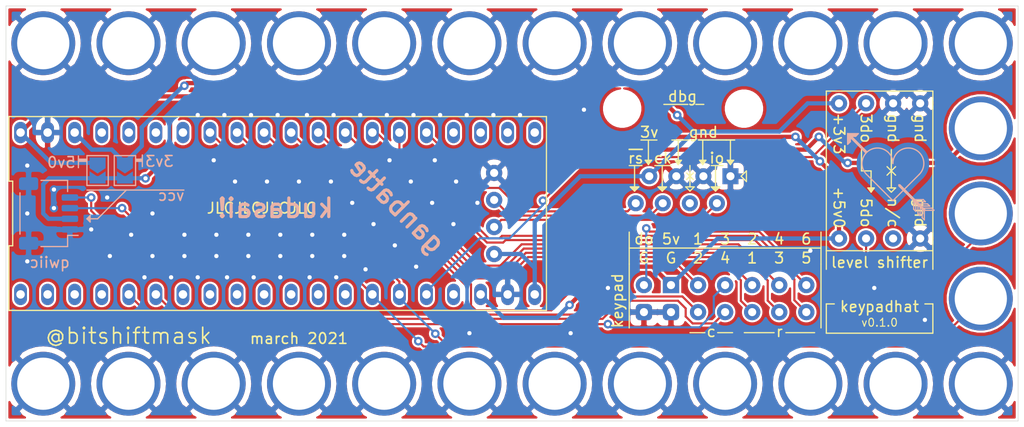
<source format=kicad_pcb>
(kicad_pcb (version 20171130) (host pcbnew 5.1.9)
  (layers (0 F.Cu signal) (31 B.Cu signal) (34 B.Paste user) (35 F.Paste user) (36 B.SilkS user) (37 F.SilkS user) (38 B.Mask user) (39 F.Mask user) (44 Edge.Cuts user))
  (net 0 "")
  (net 1 "Net-(J1-Pad4)")
  (net 2 "Net-(U2-Pad3)")
  (net 3 "Net-(U?1-Pad25)")
  (net 4 "Net-(U?1-Pad26)")
  (net 5 "Net-(U?1-Pad27)")
  (net 6 "Net-(U?1-Pad17)")
  (net 7 "Net-(U?1-Pad28)")
  (net 8 "Net-(U?1-Pad13)")
  (net 9 "Net-(U?1-Pad12)")
  (net 10 "Net-(U?1-Pad11)")
  (net 11 "Net-(U?1-Pad10)")
  (net 12 "Net-(U?1-Pad9)")
  (net 13 "Net-(U?1-Pad8)")
  (net 14 "Net-(U?1-Pad7)")
  (net 15 "Net-(U?1-Pad38)")
  (net 16 "Net-(U?1-Pad39)")
  (net 17 "Net-(U?1-Pad40)")
  (net 18 "Net-(U?1-Pad4)")
  (net 19 "Net-(U?1-Pad41)")
  (net 20 "Net-(U?1-Pad3)")
  (net 21 "Net-(U?1-Pad2)")
  (net 22 "Net-(U?1-Pad1)")
  (net 23 /~RST)
  (net 24 +3V3)
  (net 25 /SWCLK)
  (net 26 GND)
  (net 27 /SWDIO)
  (net 28 /SCL)
  (net 29 /SDA)
  (net 30 "Net-(J6-Pad2)")
  (net 31 +5V)
  (net 32 /DOUT-5V)
  (net 33 /COL4)
  (net 34 /COL3)
  (net 35 /COL2)
  (net 36 /COL1)
  (net 37 /ROW6)
  (net 38 /ROW5)
  (net 39 /ROW4)
  (net 40 /ROW3)
  (net 41 /ROW2)
  (net 42 /ROW1)
  (net 43 /DOUT-3V)
  (module Everything:RJ45_Amphenol_54602-x08_Horizontal-less (layer F.Cu) (at 168.5 116.5 180)
    (fp_text reference J1 hide)
    (fp_text value 8P8C)
    (pad "" np_thru_hole circle (at 10.16 6.35 180) (size 3.2 3.2) (drill 3.2) (layers *.Cu *.Mask))
    (pad "" np_thru_hole circle (at -1.27 6.35 180) (size 3.2 3.2) (drill 3.2) (layers *.Cu *.Mask))
    (pad 1 thru_hole rect (at 0 0 180) (size 1.5 1.5) (drill 0.76) (layers *.Cu *.Mask) (net 26 GND))
    (pad 2 thru_hole circle (at 1.27 -2.54 180) (size 1.5 1.5) (drill 0.76) (layers *.Cu *.Mask) (net 27 /SWDIO))
    (pad 3 thru_hole circle (at 2.54 0 180) (size 1.5 1.5) (drill 0.76) (layers *.Cu *.Mask) (net 26 GND))
    (pad 4 thru_hole circle (at 3.81 -2.54 180) (size 1.5 1.5) (drill 0.76) (layers *.Cu *.Mask) (net 1 "Net-(J1-Pad4)"))
    (pad 5 thru_hole circle (at 5.08 0 180) (size 1.5 1.5) (drill 0.76) (layers *.Cu *.Mask) (net 26 GND))
    (pad 6 thru_hole circle (at 6.35 -2.54 180) (size 1.5 1.5) (drill 0.76) (layers *.Cu *.Mask) (net 25 /SWCLK))
    (pad 7 thru_hole circle (at 7.62 0 180) (size 1.5 1.5) (drill 0.76) (layers *.Cu *.Mask) (net 24 +3V3))
    (pad 8 thru_hole circle (at 8.89 -2.54 180) (size 1.5 1.5) (drill 0.76) (layers *.Cu *.Mask) (net 23 /~RST))
  )
  (module usb-c-pill:weact-blackpill (layer F.Cu) (at 126 120)
    (fp_text reference U?1 hide)
    (fp_text value weact-black-pill hide)
    (pad 24 thru_hole circle (at 20.32 -3.81) (size 1.524 1.524) (drill 0.762) (layers *.Cu *.Mask) (net 26 GND))
    (pad 23 thru_hole circle (at 20.32 -1.27) (size 1.524 1.524) (drill 0.762) (layers *.Cu *.Mask) (net 25 /SWCLK))
    (pad 22 thru_hole circle (at 20.32 1.27) (size 1.524 1.524) (drill 0.762) (layers *.Cu *.Mask) (net 27 /SWDIO))
    (pad 21 thru_hole circle (at 20.32 3.81) (size 1.524 1.524) (drill 0.762) (layers *.Cu *.Mask) (net 24 +3V3))
    (pad 20 thru_hole oval (at 24.13 7.6075) (size 1.2 2) (drill 0.8) (layers *.Cu *.Mask) (net 24 +3V3))
    (pad 25 thru_hole oval (at 24.13 -7.6075) (size 1.2 2) (drill 0.8) (layers *.Cu *.Mask) (net 3 "Net-(U?1-Pad25)"))
    (pad 19 thru_hole oval (at 21.59 7.6075) (size 1.2 2) (drill 0.8) (layers *.Cu *.Mask) (net 26 GND))
    (pad 26 thru_hole oval (at 21.59 -7.6075) (size 1.2 2) (drill 0.8) (layers *.Cu *.Mask) (net 4 "Net-(U?1-Pad26)"))
    (pad 18 thru_hole oval (at 19.05 7.6075) (size 1.2 2) (drill 0.8) (layers *.Cu *.Mask) (net 31 +5V))
    (pad 27 thru_hole oval (at 19.05 -7.6075) (size 1.2 2) (drill 0.8) (layers *.Cu *.Mask) (net 5 "Net-(U?1-Pad27)"))
    (pad 17 thru_hole oval (at 16.51 7.6075) (size 1.2 2) (drill 0.8) (layers *.Cu *.Mask) (net 6 "Net-(U?1-Pad17)"))
    (pad 28 thru_hole oval (at 16.51 -7.6075) (size 1.2 2) (drill 0.8) (layers *.Cu *.Mask) (net 7 "Net-(U?1-Pad28)"))
    (pad 16 thru_hole oval (at 13.97 7.6075) (size 1.2 2) (drill 0.8) (layers *.Cu *.Mask) (net 43 /DOUT-3V))
    (pad 29 thru_hole oval (at 13.97 -7.6075) (size 1.2 2) (drill 0.8) (layers *.Cu *.Mask) (net 23 /~RST))
    (pad 15 thru_hole oval (at 11.43 7.6075) (size 1.2 2) (drill 0.8) (layers *.Cu *.Mask) (net 29 /SDA))
    (pad 30 thru_hole oval (at 11.43 -7.6075) (size 1.2 2) (drill 0.8) (layers *.Cu *.Mask) (net 37 /ROW6))
    (pad 14 thru_hole oval (at 8.89 7.6075) (size 1.2 2) (drill 0.8) (layers *.Cu *.Mask) (net 28 /SCL))
    (pad 31 thru_hole oval (at 8.89 -7.6075) (size 1.2 2) (drill 0.8) (layers *.Cu *.Mask) (net 38 /ROW5))
    (pad 13 thru_hole oval (at 6.35 7.6075) (size 1.2 2) (drill 0.8) (layers *.Cu *.Mask) (net 8 "Net-(U?1-Pad13)"))
    (pad 32 thru_hole oval (at 6.35 -7.6075) (size 1.2 2) (drill 0.8) (layers *.Cu *.Mask) (net 39 /ROW4))
    (pad 12 thru_hole oval (at 3.81 7.6075) (size 1.2 2) (drill 0.8) (layers *.Cu *.Mask) (net 9 "Net-(U?1-Pad12)"))
    (pad 33 thru_hole oval (at 3.81 -7.6075) (size 1.2 2) (drill 0.8) (layers *.Cu *.Mask) (net 40 /ROW3))
    (pad 11 thru_hole oval (at 1.27 7.6075) (size 1.2 2) (drill 0.8) (layers *.Cu *.Mask) (net 10 "Net-(U?1-Pad11)"))
    (pad 34 thru_hole oval (at 1.27 -7.6075) (size 1.2 2) (drill 0.8) (layers *.Cu *.Mask) (net 41 /ROW2))
    (pad 10 thru_hole oval (at -1.27 7.6075) (size 1.2 2) (drill 0.8) (layers *.Cu *.Mask) (net 11 "Net-(U?1-Pad10)"))
    (pad 35 thru_hole oval (at -1.27 -7.6075) (size 1.2 2) (drill 0.8) (layers *.Cu *.Mask) (net 42 /ROW1))
    (pad 9 thru_hole oval (at -3.81 7.6075) (size 1.2 2) (drill 0.8) (layers *.Cu *.Mask) (net 12 "Net-(U?1-Pad9)"))
    (pad 36 thru_hole oval (at -3.81 -7.6075) (size 1.2 2) (drill 0.8) (layers *.Cu *.Mask) (net 36 /COL1))
    (pad 8 thru_hole oval (at -6.35 7.6075) (size 1.2 2) (drill 0.8) (layers *.Cu *.Mask) (net 13 "Net-(U?1-Pad8)"))
    (pad 37 thru_hole oval (at -6.35 -7.6075) (size 1.2 2) (drill 0.8) (layers *.Cu *.Mask) (net 35 /COL2))
    (pad 7 thru_hole oval (at -8.89 7.6075) (size 1.2 2) (drill 0.8) (layers *.Cu *.Mask) (net 14 "Net-(U?1-Pad7)"))
    (pad 38 thru_hole oval (at -8.89 -7.6075) (size 1.2 2) (drill 0.8) (layers *.Cu *.Mask) (net 15 "Net-(U?1-Pad38)"))
    (pad 6 thru_hole oval (at -11.43 7.6075) (size 1.2 2) (drill 0.8) (layers *.Cu *.Mask) (net 33 /COL4))
    (pad 39 thru_hole oval (at -11.43 -7.6075) (size 1.2 2) (drill 0.8) (layers *.Cu *.Mask) (net 16 "Net-(U?1-Pad39)"))
    (pad 5 thru_hole oval (at -13.97 7.6075) (size 1.2 2) (drill 0.8) (layers *.Cu *.Mask) (net 34 /COL3))
    (pad 40 thru_hole oval (at -13.97 -7.6075) (size 1.2 2) (drill 0.8) (layers *.Cu *.Mask) (net 17 "Net-(U?1-Pad40)"))
    (pad 4 thru_hole oval (at -16.51 7.6075) (size 1.2 2) (drill 0.8) (layers *.Cu *.Mask) (net 18 "Net-(U?1-Pad4)"))
    (pad 41 thru_hole oval (at -16.51 -7.6075) (size 1.2 2) (drill 0.8) (layers *.Cu *.Mask) (net 19 "Net-(U?1-Pad41)"))
    (pad 3 thru_hole oval (at -19.05 7.6075) (size 1.2 2) (drill 0.8) (layers *.Cu *.Mask) (net 20 "Net-(U?1-Pad3)"))
    (pad 42 thru_hole oval (at -19.05 -7.6075) (size 1.2 2) (drill 0.8) (layers *.Cu *.Mask) (net 24 +3V3))
    (pad 2 thru_hole oval (at -21.59 7.6075) (size 1.2 2) (drill 0.8) (layers *.Cu *.Mask) (net 21 "Net-(U?1-Pad2)"))
    (pad 43 thru_hole oval (at -21.59 -7.6075) (size 1.2 2) (drill 0.8) (layers *.Cu *.Mask) (net 26 GND))
    (pad 1 thru_hole oval (at -24.13 7.6075) (size 1.2 2) (drill 0.8) (layers *.Cu *.Mask) (net 22 "Net-(U?1-Pad1)"))
    (pad 44 thru_hole oval (at -24.13 -7.6075) (size 1.2 2) (drill 0.8) (layers *.Cu *.Mask) (net 31 +5V))
  )
  (module Everything:keypad-connector (layer F.Cu) (at 168 128 90)
    (fp_text reference U1 hide)
    (fp_text value keypad-connector)
    (pad 14 thru_hole circle (at 1.27 7.62 90) (size 1.524 1.524) (drill 0.762) (layers *.Cu *.Mask) (net 37 /ROW6))
    (pad 13 thru_hole circle (at 1.27 5.08 90) (size 1.524 1.524) (drill 0.762) (layers *.Cu *.Mask) (net 39 /ROW4))
    (pad 12 thru_hole circle (at 1.27 2.54 90) (size 1.524 1.524) (drill 0.762) (layers *.Cu *.Mask) (net 41 /ROW2))
    (pad 11 thru_hole circle (at 1.27 0 90) (size 1.524 1.524) (drill 0.762) (layers *.Cu *.Mask) (net 34 /COL3))
    (pad 10 thru_hole circle (at 1.27 -2.54 90) (size 1.524 1.524) (drill 0.762) (layers *.Cu *.Mask) (net 36 /COL1))
    (pad 9 thru_hole rect (at 1.27 -5.08 90) (size 1.524 1.524) (drill 0.762) (layers *.Cu *.Mask) (net 31 +5V))
    (pad 8 thru_hole circle (at 1.27 -7.62 90) (size 1.524 1.524) (drill 0.762) (layers *.Cu *.Mask) (net 32 /DOUT-5V))
    (pad 7 thru_hole circle (at -1.27 7.62 90) (size 1.524 1.524) (drill 0.762) (layers *.Cu *.Mask) (net 38 /ROW5))
    (pad 6 thru_hole circle (at -1.27 5.08 90) (size 1.524 1.524) (drill 0.762) (layers *.Cu *.Mask) (net 40 /ROW3))
    (pad 5 thru_hole circle (at -1.27 2.54 90) (size 1.524 1.524) (drill 0.762) (layers *.Cu *.Mask) (net 42 /ROW1))
    (pad 4 thru_hole circle (at -1.27 0 90) (size 1.524 1.524) (drill 0.762) (layers *.Cu *.Mask) (net 33 /COL4))
    (pad 3 thru_hole circle (at -1.27 -2.54 90) (size 1.524 1.524) (drill 0.762) (layers *.Cu *.Mask) (net 35 /COL2))
    (pad 2 thru_hole roundrect (at -1.27 -5.08 90) (size 1.524 1.524) (drill 0.762) (layers *.Cu *.Mask) (net 26 GND))
    (pad 1 thru_hole roundrect (at -1.27 -7.62 90) (size 1.524 1.524) (drill 0.762) (layers *.Cu *.Mask) (net 26 GND))
  )
  (module Jumper:SolderJumper-2_P1.3mm_Open_TrianglePad1.0x1.5mm (layer B.Cu) (at 111.665 115.965 270)
    (fp_text reference JP2 hide)
    (fp_text value SolderJumper_2_Open hide)
    (pad 1 smd custom (at -0.725 0 270) (size 0.3 0.3) (layers B.Cu B.Mask) (net 24 +3V3) (options (clearance outline) (anchor rect)) (primitives (gr_poly (pts (xy -0.5 0.75) (xy 0.5 0.75) (xy 1 0) (xy 0.5 -0.75) (xy -0.5 -0.75)) (width 0))))
    (pad 2 smd custom (at 0.725 0 270) (size 0.3 0.3) (layers B.Cu B.Mask) (net 30 "Net-(J6-Pad2)") (options (clearance outline) (anchor rect)) (primitives (gr_poly (pts (xy -0.65 0.75) (xy 0.5 0.75) (xy 0.5 -0.75) (xy -0.65 -0.75) (xy -0.15 0)) (width 0))))
  )
  (module Jumper:SolderJumper-2_P1.3mm_Open_TrianglePad1.0x1.5mm (layer B.Cu) (at 109.1 115.965 270)
    (fp_text reference JP1 hide)
    (fp_text value SolderJumper_2_Open hide)
    (pad 1 smd custom (at -0.725 0 270) (size 0.3 0.3) (layers B.Cu B.Mask) (net 31 +5V) (options (clearance outline) (anchor rect)) (primitives (gr_poly (pts (xy -0.5 0.75) (xy 0.5 0.75) (xy 1 0) (xy 0.5 -0.75) (xy -0.5 -0.75)) (width 0))))
    (pad 2 smd custom (at 0.725 0 270) (size 0.3 0.3) (layers B.Cu B.Mask) (net 30 "Net-(J6-Pad2)") (options (clearance outline) (anchor rect)) (primitives (gr_poly (pts (xy -0.65 0.75) (xy 0.5 0.75) (xy 0.5 -0.75) (xy -0.65 -0.75) (xy -0.15 0)) (width 0))))
  )
  (module brick-4_9id-6_0od:brick-1x3 (layer F.Cu) (at 192 112)
    (fp_text reference J7 hide)
    (fp_text value Conn_01x03)
    (pad 3 thru_hole circle (at 0 16) (size 6 6) (drill 4.9) (layers *.Cu *.Mask) (net 28 /SCL))
    (pad 2 thru_hole circle (at 0 8) (size 6 6) (drill 4.9) (layers *.Cu *.Mask) (net 29 /SDA))
    (pad 1 thru_hole circle (at 0 0) (size 6 6) (drill 4.9) (layers *.Cu *.Mask) (net 30 "Net-(J6-Pad2)"))
  )
  (module Connector_JST:JST_SH_SM04B-SRSS-TB_1x04-1MP_P1.00mm_Horizontal (layer B.Cu) (at 104.5 120 90)
    (fp_text reference J6 hide)
    (fp_text value Conn_01x04_MountingPin)
    (pad MP smd roundrect (at 2.8 -1.875 90) (size 1.2 1.8) (layers B.Cu B.Paste B.Mask) (roundrect_rratio 0.2083325) (net 26 GND))
    (pad MP smd roundrect (at -2.8 -1.875 90) (size 1.2 1.8) (layers B.Cu B.Paste B.Mask) (roundrect_rratio 0.2083325) (net 26 GND))
    (pad 4 smd roundrect (at 1.5 2 90) (size 0.6 1.55) (layers B.Cu B.Paste B.Mask) (net 28 /SCL))
    (pad 3 smd roundrect (at 0.5 2 90) (size 0.6 1.55) (layers B.Cu B.Paste B.Mask) (net 29 /SDA))
    (pad 2 smd roundrect (at -0.5 2 90) (size 0.6 1.55) (layers B.Cu B.Paste B.Mask) (net 30 "Net-(J6-Pad2)"))
    (pad 1 smd roundrect (at -1.5 2 90) (size 0.6 1.55) (layers B.Cu B.Paste B.Mask) (net 26 GND))
  )
  (module brick-4_9id-6_0od:brick-1x6 (layer F.Cu) (at 152 136 90)
    (fp_text reference J5 hide)
    (fp_text value Conn_01x06)
    (pad 5 thru_hole circle (at 0 32 90) (size 6 6) (drill 4.9) (layers *.Cu *.Mask) (net 26 GND))
    (pad 6 thru_hole circle (at 0 40 90) (size 6 6) (drill 4.9) (layers *.Cu *.Mask) (net 26 GND))
    (pad 4 thru_hole circle (at 0 24 90) (size 6 6) (drill 4.9) (layers *.Cu *.Mask) (net 26 GND))
    (pad 3 thru_hole circle (at 0 16 90) (size 6 6) (drill 4.9) (layers *.Cu *.Mask) (net 26 GND))
    (pad 2 thru_hole circle (at 0 8 90) (size 6 6) (drill 4.9) (layers *.Cu *.Mask) (net 26 GND))
    (pad 1 thru_hole circle (at 0 0 90) (size 6 6) (drill 4.9) (layers *.Cu *.Mask) (net 26 GND))
  )
  (module brick-4_9id-6_0od:brick-1x6 (layer F.Cu) (at 104 136 90)
    (fp_text reference J4 hide)
    (fp_text value Conn_01x06)
    (pad 5 thru_hole circle (at 0 32 90) (size 6 6) (drill 4.9) (layers *.Cu *.Mask) (net 26 GND))
    (pad 6 thru_hole circle (at 0 40 90) (size 6 6) (drill 4.9) (layers *.Cu *.Mask) (net 26 GND))
    (pad 4 thru_hole circle (at 0 24 90) (size 6 6) (drill 4.9) (layers *.Cu *.Mask) (net 26 GND))
    (pad 3 thru_hole circle (at 0 16 90) (size 6 6) (drill 4.9) (layers *.Cu *.Mask) (net 26 GND))
    (pad 2 thru_hole circle (at 0 8 90) (size 6 6) (drill 4.9) (layers *.Cu *.Mask) (net 26 GND))
    (pad 1 thru_hole circle (at 0 0 90) (size 6 6) (drill 4.9) (layers *.Cu *.Mask) (net 26 GND))
  )
  (module brick-4_9id-6_0od:brick-1x6 (layer F.Cu) (at 152 104 90)
    (fp_text reference J3 hide)
    (fp_text value Conn_01x06)
    (pad 5 thru_hole circle (at 0 32 90) (size 6 6) (drill 4.9) (layers *.Cu *.Mask) (net 26 GND))
    (pad 6 thru_hole circle (at 0 40 90) (size 6 6) (drill 4.9) (layers *.Cu *.Mask) (net 26 GND))
    (pad 4 thru_hole circle (at 0 24 90) (size 6 6) (drill 4.9) (layers *.Cu *.Mask) (net 26 GND))
    (pad 3 thru_hole circle (at 0 16 90) (size 6 6) (drill 4.9) (layers *.Cu *.Mask) (net 26 GND))
    (pad 2 thru_hole circle (at 0 8 90) (size 6 6) (drill 4.9) (layers *.Cu *.Mask) (net 26 GND))
    (pad 1 thru_hole circle (at 0 0 90) (size 6 6) (drill 4.9) (layers *.Cu *.Mask) (net 26 GND))
  )
  (module brick-4_9id-6_0od:brick-1x6 (layer F.Cu) (at 104 104 90)
    (fp_text reference J2 hide)
    (fp_text value Conn_01x06)
    (pad 5 thru_hole circle (at 0 32 90) (size 6 6) (drill 4.9) (layers *.Cu *.Mask) (net 26 GND))
    (pad 6 thru_hole circle (at 0 40 90) (size 6 6) (drill 4.9) (layers *.Cu *.Mask) (net 26 GND))
    (pad 4 thru_hole circle (at 0 24 90) (size 6 6) (drill 4.9) (layers *.Cu *.Mask) (net 26 GND))
    (pad 3 thru_hole circle (at 0 16 90) (size 6 6) (drill 4.9) (layers *.Cu *.Mask) (net 26 GND))
    (pad 2 thru_hole circle (at 0 8 90) (size 6 6) (drill 4.9) (layers *.Cu *.Mask) (net 26 GND))
    (pad 1 thru_hole circle (at 0 0 90) (size 6 6) (drill 4.9) (layers *.Cu *.Mask) (net 26 GND))
  )
  (module Everything:watterott-level-shifter (layer F.Cu) (at 182.5 116 90)
    (fp_text reference U2 hide)
    (fp_text value watterott-level-shifter)
    (pad 8 thru_hole circle (at 6.35 3.81 90) (size 1.524 1.524) (drill 0.762) (layers *.Cu *.Mask) (net 26 GND))
    (pad 7 thru_hole circle (at 6.35 1.27 90) (size 1.524 1.524) (drill 0.762) (layers *.Cu *.Mask) (net 26 GND))
    (pad 6 thru_hole circle (at 6.35 -1.27 90) (size 1.524 1.524) (drill 0.762) (layers *.Cu *.Mask) (net 43 /DOUT-3V))
    (pad 5 thru_hole circle (at 6.35 -3.81 90) (size 1.524 1.524) (drill 0.762) (layers *.Cu *.Mask) (net 24 +3V3))
    (pad 4 thru_hole circle (at -6.35 3.81 90) (size 1.524 1.524) (drill 0.762) (layers *.Cu *.Mask) (net 26 GND))
    (pad 3 thru_hole circle (at -6.35 1.27 90) (size 1.524 1.524) (drill 0.762) (layers *.Cu *.Mask) (net 2 "Net-(U2-Pad3)"))
    (pad 2 thru_hole circle (at -6.35 -1.27 90) (size 1.524 1.524) (drill 0.762) (layers *.Cu *.Mask) (net 32 /DOUT-5V))
    (pad 1 thru_hole circle (at -6.35 -3.81 90) (size 1.524 1.524) (drill 0.762) (layers *.Cu *.Mask) (net 31 +5V))
  )
  (gr_line (start 165.25 109.75) (end 166 109.75) (layer F.SilkS) (width 0.12))
  (gr_line (start 164.5 109.75) (end 162.25 109.75) (layer F.SilkS) (width 0.12))
  (gr_text dbg (at 164 109) (layer F.SilkS) (effects (font (size 1 1))))
  (gr_line (start 187.5 128.5) (end 186.75 128.5) (layer F.SilkS) (width 0.12))
  (gr_line (start 177.5 128.5) (end 178.25 128.5) (layer F.SilkS) (width 0.12))
  (gr_line (start 177.5 131.25) (end 187.5 131.25) (layer F.SilkS) (width 0.12))
  (gr_line (start 177.5 123.5) (end 177.5 125.25) (layer F.SilkS) (width 0.12))
  (gr_line (start 187.5 123.5) (end 187.5 125.25) (layer F.SilkS) (width 0.12))
  (gr_line (start 177.5 123.5) (end 187.5 123.5) (layer F.SilkS) (width 0.12))
  (gr_line (start 177.5 108.5) (end 177.5 108.75) (layer F.SilkS) (width 0.12))
  (gr_line (start 187.5 108.5) (end 177.5 108.5) (layer F.SilkS) (width 0.12))
  (gr_line (start 187.5 123.5) (end 187.5 108.5) (layer F.SilkS) (width 0.12))
  (gr_line (start 177.5 108.75) (end 177.5 123.5) (layer F.SilkS) (width 0.12))
  (gr_text "march 2021" (at 128 131.75) (layer F.SilkS) (effects (font (size 1 1))))
  (gr_text @bitshiftmask (at 112 131.5) (layer F.SilkS) (effects (font (size 1.5 1.5))))
  (gr_text JLCJLCJLCJLC (at 124.5 119.5) (layer F.SilkS) (effects (font (size 1 1))))
  (gr_line (start 187.5 128.5) (end 187.5 131.25) (layer F.SilkS) (width 0.12))
  (gr_line (start 177.5 128.5) (end 177.5 131.25) (layer F.SilkS) (width 0.12))
  (gr_text v0.1.0 (at 182.5 130.25) (layer F.SilkS) (effects (font (size 0.75 0.75) (thickness 0.1))))
  (gr_text hat (at 185 128.75) (layer F.SilkS) (effects (font (size 1 1))))
  (gr_text pad (at 182.5 128.75) (layer F.SilkS) (effects (font (size 1 1))))
  (gr_text key (at 180 128.75) (layer F.SilkS) (effects (font (size 1 1))))
  (gr_line (start 186.225305 116.325305) (end 183.75 118.8) (layer B.SilkS) (width 0.12))
  (gr_line (start 183.75 118.8) (end 181.274696 116.325304) (layer B.SilkS) (width 0.12))
  (gr_arc (start 182.3 115.3) (end 181.274696 116.325304) (angle 225) (layer B.SilkS) (width 0.12))
  (gr_arc (start 185.2 115.3) (end 183.75 115.3) (angle 225) (layer B.SilkS) (width 0.12))
  (gr_line (start 186.225305 116.325305) (end 183.75 118.8) (layer B.Cu) (width 1))
  (gr_line (start 183.75 118.8) (end 181.274696 116.325304) (layer B.Cu) (width 1))
  (gr_arc (start 182.3 115.3) (end 181.274696 116.325304) (angle 225) (layer B.Cu) (width 1))
  (gr_arc (start 185.2 115.3) (end 183.75 115.3) (angle 225) (layer B.Cu) (width 1))
  (gr_line (start 187.2 119.3) (end 187 119.1) (layer B.SilkS) (width 0.12))
  (gr_line (start 187 119.1) (end 186.1 119.1) (layer B.SilkS) (width 0.12))
  (gr_line (start 186.1 120) (end 186.1 119.1) (layer B.SilkS) (width 0.12))
  (gr_line (start 186.4 119.3) (end 187.2 119.3) (layer B.SilkS) (width 0.12))
  (gr_line (start 186.3 119.4) (end 186.3 120.2) (layer B.SilkS) (width 0.12))
  (gr_line (start 186.3 120.2) (end 186.1 120) (layer B.SilkS) (width 0.12))
  (gr_line (start 186.8 118.9) (end 186.6 118.7) (layer B.SilkS) (width 0.12))
  (gr_line (start 186.6 118.7) (end 185.7 118.7) (layer B.SilkS) (width 0.12))
  (gr_line (start 185.7 119.6) (end 185.7 118.7) (layer B.SilkS) (width 0.12))
  (gr_line (start 186 118.9) (end 186.8 118.9) (layer B.SilkS) (width 0.12))
  (gr_line (start 185.9 119) (end 185.9 119.8) (layer B.SilkS) (width 0.12))
  (gr_line (start 185.9 119.8) (end 185.7 119.6) (layer B.SilkS) (width 0.12))
  (gr_line (start 187.4 119.5) (end 186.5 119.5) (layer B.SilkS) (width 0.12))
  (gr_line (start 187.6 119.7) (end 187.4 119.5) (layer B.SilkS) (width 0.12))
  (gr_line (start 186.5 120.4) (end 186.5 119.5) (layer B.SilkS) (width 0.12))
  (gr_line (start 186.7 120.6) (end 186.5 120.4) (layer B.SilkS) (width 0.12))
  (gr_line (start 186.7 119.8) (end 186.7 120.6) (layer B.SilkS) (width 0.12))
  (gr_line (start 186.8 119.7) (end 187.6 119.7) (layer B.SilkS) (width 0.12))
  (gr_line (start 186.7 119.7) (end 184.3 117.3) (layer B.SilkS) (width 0.12))
  (gr_line (start 186.7 119.8) (end 184.3 117.4) (layer B.SilkS) (width 0.12))
  (gr_line (start 184.4 117.3) (end 186.8 119.7) (layer B.SilkS) (width 0.12))
  (gr_line (start 181.2 114.3) (end 179.8 112.9) (layer B.SilkS) (width 0.12))
  (gr_line (start 179.9 112.8) (end 181.3 114.2) (layer B.SilkS) (width 0.12))
  (gr_line (start 179.6 112.6) (end 180.4 112.6) (layer B.SilkS) (width 0.12))
  (gr_line (start 179.7 112.7) (end 180.3 112.7) (layer B.SilkS) (width 0.12))
  (gr_line (start 179.7 112.7) (end 179.7 113.3) (layer B.SilkS) (width 0.12))
  (gr_line (start 179.6 112.6) (end 179.6 113.4) (layer B.SilkS) (width 0.12))
  (gr_line (start 179.5 113.5) (end 179.5 112.5) (layer B.SilkS) (width 0.12))
  (gr_line (start 179.75 113.25) (end 179.5 113.5) (layer B.SilkS) (width 0.12))
  (gr_line (start 179.75 112.75) (end 179.75 113.25) (layer B.SilkS) (width 0.12))
  (gr_line (start 180.25 112.75) (end 179.75 112.75) (layer B.SilkS) (width 0.12))
  (gr_line (start 180.5 112.5) (end 180.25 112.75) (layer B.SilkS) (width 0.12))
  (gr_line (start 179.5 112.5) (end 180.5 112.5) (layer B.SilkS) (width 0.12))
  (gr_line (start 180 113) (end 179.5 112.5) (layer B.SilkS) (width 0.12))
  (gr_line (start 181.2 114.2) (end 180 113) (layer B.SilkS) (width 0.12))
  (gr_text kudasai! (at 125.8 119.5) (layer B.SilkS) (effects (font (size 1.75 1.75) (thickness 0.3)) (justify mirror)))
  (gr_text ganbatte (at 137.2 119.2 -45) (layer B.SilkS) (effects (font (size 1.75 1.75) (thickness 0.3)) (justify mirror)))
  (gr_line (start 181.2 115.05) (end 184.2 118.1) (layer B.Cu) (width 1))
  (gr_line (start 181.7 114.65) (end 184.7 117.7) (layer B.Cu) (width 1))
  (gr_line (start 182.15 114.2) (end 185.15 117.25) (layer B.Cu) (width 1))
  (gr_line (start 185.2 114.3) (end 182.25 117.25) (layer B.Cu) (width 1))
  (gr_line (start 185.65 114.45) (end 182.6 117.45) (layer B.Cu) (width 1))
  (gr_line (start 186.2 115) (end 183.15 118) (layer B.Cu) (width 1))
  (gr_line (start 183.75 118.8) (end 181.274696 116.325304) (layer B.Cu) (width 1))
  (gr_line (start 186.225305 116.325305) (end 183.75 118.8) (layer B.Cu) (width 1))
  (gr_arc (start 182.3 115.3) (end 181.274696 116.325304) (angle 225) (layer B.Cu) (width 1))
  (gr_arc (start 185.2 115.3) (end 183.75 115.3) (angle 225) (layer B.Cu) (width 1))
  (gr_line (start 166.4 113.1) (end 168.1 113.1) (layer F.SilkS) (width 0.12))
  (gr_line (start 163.9 113.1) (end 164.6 113.1) (layer F.SilkS) (width 0.12))
  (gr_line (start 166.7 115.5) (end 167.8 115.5) (layer F.SilkS) (width 0.12))
  (gr_line (start 164.4 116.2) (end 165 116.8) (layer F.SilkS) (width 0.12))
  (gr_line (start 164.4 116.8) (end 165 116.2) (layer F.SilkS) (width 0.12))
  (gr_line (start 183.2 115.6) (end 184 116.4) (layer F.SilkS) (width 0.12))
  (gr_line (start 161.4 115.5) (end 162.9 115.5) (layer F.SilkS) (width 0.12))
  (gr_line (start 159.5 115.5) (end 160.2 115.5) (layer F.SilkS) (width 0.12))
  (gr_line (start 159.5 115.5) (end 159 115.5) (layer F.SilkS) (width 0.12))
  (gr_line (start 165.5 113.1) (end 166.4 113.1) (layer F.SilkS) (width 0.12))
  (gr_line (start 168.9 113.1) (end 168.1 113.1) (layer F.SilkS) (width 0.12))
  (gr_line (start 163 113.1) (end 163.9 113.1) (layer F.SilkS) (width 0.12))
  (gr_line (start 160.1 113.1) (end 161.6 113.1) (layer F.SilkS) (width 0.12))
  (gr_text keypad (at 157.9 128.2 90) (layer F.SilkS) (effects (font (size 1 1))))
  (gr_text "level shifter" (at 182.5 124.6) (layer F.SilkS) (effects (font (size 1 1))))
  (gr_line (start 108.1 114.9) (end 107.3 114.9) (layer B.SilkS) (width 0.12))
  (gr_line (start 108.1 115.1) (end 107.3 115.1) (layer B.SilkS) (width 0.12))
  (gr_line (start 113.3 115.1) (end 112.7 115.1) (layer B.SilkS) (width 0.12))
  (gr_line (start 113.3 114.9) (end 112.7 114.9) (layer B.SilkS) (width 0.12))
  (gr_line (start 108.3 120.3) (end 108.3 120.7) (layer B.SilkS) (width 0.12))
  (gr_line (start 108.4 120.8) (end 108.1 120.5) (layer B.SilkS) (width 0.12))
  (gr_line (start 108.4 120.2) (end 108.4 120.8) (layer B.SilkS) (width 0.12))
  (gr_line (start 108.1 120.5) (end 108.4 120.2) (layer B.SilkS) (width 0.12))
  (gr_line (start 109.1 120.5) (end 108.1 120.5) (layer B.SilkS) (width 0.12))
  (gr_line (start 109.1 120.5) (end 111.8 117.8) (layer B.SilkS) (width 0.12))
  (gr_line (start 108.1 115) (end 107.3 115) (layer B.SilkS) (width 0.12))
  (gr_line (start 107.3 114.6) (end 107.3 115.7) (layer B.SilkS) (width 0.12))
  (gr_line (start 113.3 115) (end 112.7 115) (layer B.SilkS) (width 0.12))
  (gr_line (start 113.3 114.5) (end 113.3 115.6) (layer B.SilkS) (width 0.12))
  (gr_text vcc (at 116 118.3) (layer B.SilkS) (effects (font (size 1 1)) (justify mirror)))
  (gr_text qwiic (at 104.6 124.6) (layer B.SilkS) (effects (font (size 1 1)) (justify mirror)))
  (gr_line (start 108.1 117.8) (end 117.2 117.8) (layer B.SilkS) (width 0.12))
  (gr_text 5v0 (at 105.7 115.2) (layer B.SilkS) (effects (font (size 1 1)) (justify mirror)))
  (gr_text 3v3 (at 114.9 115.1) (layer B.SilkS) (effects (font (size 1 1)) (justify mirror)))
  (gr_line (start 168.2 115) (end 168.8 115) (layer F.SilkS) (width 0.12))
  (gr_line (start 168.5 115.4) (end 168.2 115) (layer F.SilkS) (width 0.12))
  (gr_line (start 168.5 113.1) (end 168.5 115.4) (layer F.SilkS) (width 0.12))
  (gr_line (start 168.3 115.1) (end 168.7 115.1) (layer F.SilkS) (width 0.12))
  (gr_line (start 168.8 115) (end 168.5 115.4) (layer F.SilkS) (width 0.12))
  (gr_line (start 168.4 115.2) (end 168.6 115.2) (layer F.SilkS) (width 0.12))
  (gr_line (start 165.6 115) (end 166.2 115) (layer F.SilkS) (width 0.12))
  (gr_line (start 165.9 115.4) (end 165.6 115) (layer F.SilkS) (width 0.12))
  (gr_line (start 165.9 113.1) (end 165.9 115.4) (layer F.SilkS) (width 0.12))
  (gr_line (start 165.7 115.1) (end 166.1 115.1) (layer F.SilkS) (width 0.12))
  (gr_line (start 166.2 115) (end 165.9 115.4) (layer F.SilkS) (width 0.12))
  (gr_line (start 165.8 115.2) (end 166 115.2) (layer F.SilkS) (width 0.12))
  (gr_line (start 163.3 115) (end 163.9 115) (layer F.SilkS) (width 0.12))
  (gr_line (start 163.6 115.4) (end 163.3 115) (layer F.SilkS) (width 0.12))
  (gr_line (start 163.6 113.1) (end 163.6 115.4) (layer F.SilkS) (width 0.12))
  (gr_line (start 163.4 115.1) (end 163.8 115.1) (layer F.SilkS) (width 0.12))
  (gr_line (start 163.9 115) (end 163.6 115.4) (layer F.SilkS) (width 0.12))
  (gr_line (start 163.5 115.2) (end 163.7 115.2) (layer F.SilkS) (width 0.12))
  (gr_line (start 160.7 115.2) (end 160.9 115.2) (layer F.SilkS) (width 0.12))
  (gr_line (start 161.1 115) (end 160.8 115.4) (layer F.SilkS) (width 0.12))
  (gr_line (start 160.8 115.4) (end 160.5 115) (layer F.SilkS) (width 0.12))
  (gr_line (start 160.8 113.1) (end 160.8 115.4) (layer F.SilkS) (width 0.12))
  (gr_line (start 160.6 115.1) (end 161 115.1) (layer F.SilkS) (width 0.12))
  (gr_line (start 160.5 115) (end 161.1 115) (layer F.SilkS) (width 0.12))
  (gr_line (start 166.9 117.7) (end 167.3 117.7) (layer F.SilkS) (width 0.12))
  (gr_line (start 167.5 117.5) (end 167.1 117.9) (layer F.SilkS) (width 0.12))
  (gr_line (start 167.1 117.9) (end 166.7 117.5) (layer F.SilkS) (width 0.12))
  (gr_line (start 167.1 115.5) (end 167.1 117.9) (layer F.SilkS) (width 0.12))
  (gr_line (start 166.8 117.6) (end 167.4 117.6) (layer F.SilkS) (width 0.12))
  (gr_line (start 166.7 117.5) (end 167.5 117.5) (layer F.SilkS) (width 0.12))
  (gr_line (start 165.1 117.5) (end 164.7 117.9) (layer F.SilkS) (width 0.12))
  (gr_line (start 164.7 117.9) (end 164.3 117.5) (layer F.SilkS) (width 0.12))
  (gr_line (start 164.7 115.5) (end 164.7 117.5) (layer F.SilkS) (width 0.12))
  (gr_line (start 164.3 117.5) (end 165.1 117.5) (layer F.SilkS) (width 0.12))
  (gr_line (start 161.9 117.7) (end 162.3 117.7) (layer F.SilkS) (width 0.12))
  (gr_line (start 162.5 117.5) (end 162.1 117.9) (layer F.SilkS) (width 0.12))
  (gr_line (start 162.1 117.9) (end 161.7 117.5) (layer F.SilkS) (width 0.12))
  (gr_line (start 162.1 115.5) (end 162.1 117.9) (layer F.SilkS) (width 0.12))
  (gr_line (start 161.8 117.6) (end 162.4 117.6) (layer F.SilkS) (width 0.12))
  (gr_line (start 161.7 117.5) (end 162.5 117.5) (layer F.SilkS) (width 0.12))
  (gr_line (start 159.3 117.7) (end 159.7 117.7) (layer F.SilkS) (width 0.12))
  (gr_line (start 159.2 117.6) (end 159.8 117.6) (layer F.SilkS) (width 0.12))
  (gr_line (start 159.9 117.5) (end 159.5 117.9) (layer F.SilkS) (width 0.12))
  (gr_line (start 159.1 117.5) (end 159.9 117.5) (layer F.SilkS) (width 0.12))
  (gr_line (start 159.5 117.9) (end 159.1 117.5) (layer F.SilkS) (width 0.12))
  (gr_line (start 159.5 115.5) (end 159.5 117.9) (layer F.SilkS) (width 0.12))
  (gr_text ck (at 162.15 114.8) (layer F.SilkS) (effects (font (size 1 1))))
  (gr_text io (at 167.23 114.8) (layer F.SilkS) (effects (font (size 1 1))))
  (gr_text ~rs (at 159.61 114.8) (layer F.SilkS) (effects (font (size 1 1))))
  (gr_text 3v (at 160.88 112.36) (layer F.SilkS) (effects (font (size 1 1))))
  (gr_text gnd (at 165.96 112.36) (layer F.SilkS) (effects (font (size 1 1))))
  (gr_line (start 184 117.6) (end 183.6 118) (layer F.SilkS) (width 0.12))
  (gr_line (start 183.2 117.6) (end 184 117.6) (layer F.SilkS) (width 0.12))
  (gr_line (start 183.6 118) (end 183.2 117.6) (layer F.SilkS) (width 0.12))
  (gr_line (start 183.2 116.4) (end 184 115.6) (layer F.SilkS) (width 0.12))
  (gr_line (start 183.6 114) (end 183.6 117.6) (layer F.SilkS) (width 0.12))
  (gr_line (start 181.6 117.8) (end 181.8 117.8) (layer F.SilkS) (width 0.12))
  (gr_line (start 181.5 117.7) (end 181.9 117.7) (layer F.SilkS) (width 0.12))
  (gr_line (start 182 117.6) (end 181.7 118) (layer F.SilkS) (width 0.12))
  (gr_line (start 181.4 117.6) (end 182 117.6) (layer F.SilkS) (width 0.12))
  (gr_line (start 181.7 118) (end 181.4 117.6) (layer F.SilkS) (width 0.12))
  (gr_line (start 181.7 116) (end 181.7 118) (layer F.SilkS) (width 0.12))
  (gr_line (start 180.8 116) (end 181.7 116) (layer F.SilkS) (width 0.12))
  (gr_line (start 180.8 114) (end 180.8 116) (layer F.SilkS) (width 0.12))
  (gr_line (start 173.7 131.2) (end 176.4 131.2) (layer F.SilkS) (width 0.12))
  (gr_line (start 172.6 131.2) (end 169.8 131.2) (layer F.SilkS) (width 0.12))
  (gr_line (start 167.3 131.2) (end 168.7 131.2) (layer F.SilkS) (width 0.12))
  (gr_line (start 166.1 131.2) (end 164.7 131.2) (layer F.SilkS) (width 0.12))
  (gr_text r (at 173.1 131.1) (layer F.SilkS) (effects (font (size 1 1))))
  (gr_text c (at 166.7 131.1) (layer F.SilkS) (effects (font (size 1 1))))
  (gr_text +3v3 (at 178.69 112.5 270) (layer F.SilkS) (effects (font (size 1 1))))
  (gr_text +5v0 (at 178.69 119.44 -90) (layer F.SilkS) (effects (font (size 1 1))))
  (gr_text n/c (at 183.77 119.94 -90) (layer F.SilkS) (effects (font (size 1 1))))
  (gr_text gnd (at 186.31 119.94 270) (layer F.SilkS) (effects (font (size 1 1))))
  (gr_text gnd (at 186.31 112 270) (layer F.SilkS) (effects (font (size 1 1))))
  (gr_text gnd (at 183.77 112 270) (layer F.SilkS) (effects (font (size 1 1))))
  (gr_text 3do (at 181.23 112 -90) (layer F.SilkS) (effects (font (size 1 1))))
  (gr_text 5do (at 181.23 119.94 -90) (layer F.SilkS) (effects (font (size 1 1))))
  (gr_line (start 177 124.75) (end 177 130.75) (layer F.SilkS) (width 0.12))
  (gr_line (start 159 124.75) (end 159 130.75) (layer F.SilkS) (width 0.12))
  (gr_line (start 177 121.75) (end 177 124.75) (layer F.SilkS) (width 0.12))
  (gr_line (start 159 121.75) (end 159 124.75) (layer F.SilkS) (width 0.12))
  (gr_line (start 159 123.25) (end 177 123.25) (layer F.SilkS) (width 0.12))
  (gr_text 6 (at 175.62 122.4) (layer F.SilkS) (effects (font (size 1 1))))
  (gr_text 1 (at 170.54 124.19) (layer F.SilkS) (effects (font (size 1 1))))
  (gr_text 2 (at 165.46 124.19) (layer F.SilkS) (effects (font (size 1 1))))
  (gr_text 5 (at 175.62 124.19) (layer F.SilkS) (effects (font (size 1 1))))
  (gr_text 2 (at 170.54 122.4) (layer F.SilkS) (effects (font (size 1 1))))
  (gr_text do (at 160.38 122.4) (layer F.SilkS) (effects (font (size 1 1))))
  (gr_text 4 (at 173.08 122.4) (layer F.SilkS) (effects (font (size 1 1))))
  (gr_text 1 (at 165.46 122.4) (layer F.SilkS) (effects (font (size 1 1))))
  (gr_text 4 (at 168 124.19) (layer F.SilkS) (effects (font (size 1 1))))
  (gr_text G (at 162.92 124.19) (layer F.SilkS) (effects (font (size 1 1))))
  (gr_text 3 (at 168 122.4) (layer F.SilkS) (effects (font (size 1 1))))
  (gr_text G (at 160.38 124.19) (layer F.SilkS) (effects (font (size 1 1))))
  (gr_text 5v (at 162.92 122.4) (layer F.SilkS) (effects (font (size 1 1))))
  (gr_text 3 (at 173.08 124.19) (layer F.SilkS) (effects (font (size 1 1))))
  (gr_line (start 100.5 139.5) (end 100.5 100.5) (layer Edge.Cuts) (width 0.05))
  (gr_line (start 195.5 139.5) (end 100.5 139.5) (layer Edge.Cuts) (width 0.05))
  (gr_line (start 195.5 100.5) (end 195.5 139.5) (layer Edge.Cuts) (width 0.05))
  (gr_line (start 100.5 100.5) (end 195.5 100.5) (layer Edge.Cuts) (width 0.05))
  (segment (start 139.97 112.3925) (end 145.1775 117.6) (width 0.2) (layer F.Cu) (net 23))
  (segment (start 145.1775 117.6) (end 146.8 117.6) (width 0.2) (layer F.Cu) (net 23))
  (segment (start 146.8 117.6) (end 149 119.8) (width 0.2) (layer F.Cu) (net 23))
  (segment (start 158.85 119.8) (end 159.61 119.04) (width 0.2) (layer F.Cu) (net 23))
  (segment (start 149 119.8) (end 158.85 119.8) (width 0.2) (layer F.Cu) (net 23))
  (segment (start 110.425 114) (end 111.665 115.24) (width 0.4) (layer B.Cu) (net 24))
  (segment (start 108.5575 114) (end 110.425 114) (width 0.4) (layer B.Cu) (net 24))
  (segment (start 106.95 112.3925) (end 108.5575 114) (width 0.4) (layer B.Cu) (net 24))
  (segment (start 146.32 123.81) (end 148.81 123.81) (width 0.4) (layer B.Cu) (net 24))
  (segment (start 150.13 125.13) (end 150.13 127.6075) (width 0.4) (layer B.Cu) (net 24))
  (segment (start 148.81 123.81) (end 150.13 125.13) (width 0.4) (layer B.Cu) (net 24))
  (segment (start 150.13 125.13) (end 150.13 120.77) (width 0.4) (layer B.Cu) (net 24))
  (segment (start 154.4 116.5) (end 160.88 116.5) (width 0.4) (layer B.Cu) (net 24))
  (segment (start 150.13 120.77) (end 154.4 116.5) (width 0.4) (layer B.Cu) (net 24))
  (segment (start 160.88 116.5) (end 165.08 112.3) (width 0.4) (layer B.Cu) (net 24))
  (segment (start 165.08 112.3) (end 173.1 112.3) (width 0.4) (layer B.Cu) (net 24))
  (segment (start 175.75 109.65) (end 178.69 109.65) (width 0.4) (layer B.Cu) (net 24))
  (segment (start 173.1 112.3) (end 175.75 109.65) (width 0.4) (layer B.Cu) (net 24))
  (segment (start 111.665 115.24) (end 113.25 113.655) (width 0.4) (layer B.Cu) (net 24))
  (via (at 117.25 108) (size 0.8) (drill 0.4) (layers F.Cu B.Cu) (net 24))
  (segment (start 117.148273 108) (end 117.25 108) (width 0.4) (layer B.Cu) (net 24))
  (segment (start 113.25 111.898273) (end 117.148273 108) (width 0.4) (layer B.Cu) (net 24))
  (segment (start 113.25 113.655) (end 113.25 111.898273) (width 0.4) (layer B.Cu) (net 24))
  (via (at 163.5 110.75) (size 0.8) (drill 0.4) (layers F.Cu B.Cu) (net 24))
  (segment (start 165.05 112.3) (end 165.08 112.3) (width 0.4) (layer B.Cu) (net 24))
  (segment (start 163.5 110.75) (end 165.05 112.3) (width 0.4) (layer B.Cu) (net 24))
  (segment (start 160.5 107.75) (end 163.5 110.75) (width 0.4) (layer F.Cu) (net 24))
  (segment (start 117.5 107.75) (end 160.5 107.75) (width 0.4) (layer F.Cu) (net 24))
  (segment (start 117.25 108) (end 117.5 107.75) (width 0.4) (layer F.Cu) (net 24))
  (segment (start 160.99 120.2) (end 162.15 119.04) (width 0.2) (layer F.Cu) (net 25))
  (segment (start 147.8 120.2) (end 160.99 120.2) (width 0.2) (layer F.Cu) (net 25))
  (segment (start 146.33 118.73) (end 147.8 120.2) (width 0.2) (layer F.Cu) (net 25))
  (segment (start 146.32 118.73) (end 146.33 118.73) (width 0.2) (layer F.Cu) (net 25))
  (via (at 120 115) (size 0.8) (drill 0.4) (layers F.Cu B.Cu) (net 26))
  (via (at 122 117) (size 0.8) (drill 0.4) (layers F.Cu B.Cu) (net 26))
  (via (at 125 117) (size 0.8) (drill 0.4) (layers F.Cu B.Cu) (net 26))
  (via (at 128 117) (size 0.8) (drill 0.4) (layers F.Cu B.Cu) (net 26))
  (via (at 131 117) (size 0.8) (drill 0.4) (layers F.Cu B.Cu) (net 26))
  (via (at 133 119) (size 0.8) (drill 0.4) (layers F.Cu B.Cu) (net 26))
  (via (at 135 121) (size 0.8) (drill 0.4) (layers F.Cu B.Cu) (net 26))
  (via (at 137 123) (size 0.8) (drill 0.4) (layers F.Cu B.Cu) (net 26))
  (via (at 139 125) (size 0.8) (drill 0.4) (layers F.Cu B.Cu) (net 26))
  (via (at 138.5 117) (size 0.8) (drill 0.4) (layers F.Cu B.Cu) (net 26))
  (via (at 136.5 115) (size 0.8) (drill 0.4) (layers F.Cu B.Cu) (net 26))
  (via (at 140.5 119) (size 0.8) (drill 0.4) (layers F.Cu B.Cu) (net 26))
  (via (at 142.5 121) (size 0.8) (drill 0.4) (layers F.Cu B.Cu) (net 26))
  (via (at 140.75 115) (size 0.8) (drill 0.4) (layers F.Cu B.Cu) (net 26))
  (via (at 142.75 117) (size 0.8) (drill 0.4) (layers F.Cu B.Cu) (net 26))
  (via (at 144.75 119) (size 0.8) (drill 0.4) (layers F.Cu B.Cu) (net 26))
  (via (at 118.5 110.75) (size 0.8) (drill 0.4) (layers F.Cu B.Cu) (net 26))
  (via (at 121 110.75) (size 0.8) (drill 0.4) (layers F.Cu B.Cu) (net 26))
  (via (at 123.5 110.75) (size 0.8) (drill 0.4) (layers F.Cu B.Cu) (net 26))
  (via (at 126 110.75) (size 0.8) (drill 0.4) (layers F.Cu B.Cu) (net 26))
  (via (at 128.75 110.75) (size 0.8) (drill 0.4) (layers F.Cu B.Cu) (net 26))
  (via (at 131.25 110.75) (size 0.8) (drill 0.4) (layers F.Cu B.Cu) (net 26))
  (via (at 133.75 110.75) (size 0.8) (drill 0.4) (layers F.Cu B.Cu) (net 26))
  (via (at 136.25 110.75) (size 0.8) (drill 0.4) (layers F.Cu B.Cu) (net 26))
  (via (at 138.75 110.75) (size 0.8) (drill 0.4) (layers F.Cu B.Cu) (net 26))
  (via (at 141.25 110.75) (size 0.8) (drill 0.4) (layers F.Cu B.Cu) (net 26))
  (via (at 143.75 110.75) (size 0.8) (drill 0.4) (layers F.Cu B.Cu) (net 26))
  (via (at 146.25 110.75) (size 0.8) (drill 0.4) (layers F.Cu B.Cu) (net 26))
  (via (at 148.75 110.75) (size 0.8) (drill 0.4) (layers F.Cu B.Cu) (net 26))
  (via (at 114.25 124) (size 0.8) (drill 0.4) (layers F.Cu B.Cu) (net 26))
  (via (at 112.25 122) (size 0.8) (drill 0.4) (layers F.Cu B.Cu) (net 26))
  (via (at 117.25 124) (size 0.8) (drill 0.4) (layers F.Cu B.Cu) (net 26))
  (via (at 120.25 124) (size 0.8) (drill 0.4) (layers F.Cu B.Cu) (net 26))
  (via (at 123.25 124) (size 0.8) (drill 0.4) (layers F.Cu B.Cu) (net 26))
  (via (at 126.25 124) (size 0.8) (drill 0.4) (layers F.Cu B.Cu) (net 26))
  (via (at 129.25 124) (size 0.8) (drill 0.4) (layers F.Cu B.Cu) (net 26))
  (via (at 132.25 124) (size 0.8) (drill 0.4) (layers F.Cu B.Cu) (net 26))
  (via (at 134.25 125.25) (size 0.8) (drill 0.4) (layers F.Cu B.Cu) (net 26))
  (via (at 117.25 122) (size 0.8) (drill 0.4) (layers F.Cu B.Cu) (net 26))
  (via (at 120.25 122) (size 0.8) (drill 0.4) (layers F.Cu B.Cu) (net 26))
  (via (at 123.25 122) (size 0.8) (drill 0.4) (layers F.Cu B.Cu) (net 26))
  (via (at 126.25 122) (size 0.8) (drill 0.4) (layers F.Cu B.Cu) (net 26))
  (via (at 129.25 122) (size 0.8) (drill 0.4) (layers F.Cu B.Cu) (net 26))
  (via (at 132.25 122) (size 0.8) (drill 0.4) (layers F.Cu B.Cu) (net 26))
  (via (at 114.25 120) (size 0.8) (drill 0.4) (layers F.Cu B.Cu) (net 26))
  (via (at 110 118.5) (size 0.8) (drill 0.4) (layers F.Cu B.Cu) (net 26))
  (via (at 118.5 126) (size 0.8) (drill 0.4) (layers F.Cu B.Cu) (net 26))
  (via (at 116 126) (size 0.8) (drill 0.4) (layers F.Cu B.Cu) (net 26))
  (via (at 113.5 126) (size 0.8) (drill 0.4) (layers F.Cu B.Cu) (net 26))
  (via (at 121.25 126) (size 0.8) (drill 0.4) (layers F.Cu B.Cu) (net 26))
  (via (at 123.75 126) (size 0.8) (drill 0.4) (layers F.Cu B.Cu) (net 26))
  (via (at 126.25 126) (size 0.8) (drill 0.4) (layers F.Cu B.Cu) (net 26))
  (via (at 129 126) (size 0.8) (drill 0.4) (layers F.Cu B.Cu) (net 26))
  (via (at 131.5 126) (size 0.8) (drill 0.4) (layers F.Cu B.Cu) (net 26))
  (via (at 110.25 124) (size 0.8) (drill 0.4) (layers F.Cu B.Cu) (net 26))
  (via (at 108.5 121.5) (size 0.8) (drill 0.4) (layers F.Cu B.Cu) (net 26))
  (via (at 105 117.75) (size 0.8) (drill 0.4) (layers F.Cu B.Cu) (net 26))
  (via (at 105 119.5) (size 0.8) (drill 0.4) (layers F.Cu B.Cu) (net 26))
  (via (at 102.5 115.5) (size 0.8) (drill 0.4) (layers F.Cu B.Cu) (net 26))
  (via (at 102.5 124.5) (size 0.8) (drill 0.4) (layers F.Cu B.Cu) (net 26))
  (via (at 102.5 120) (size 0.8) (drill 0.4) (layers F.Cu B.Cu) (net 26))
  (via (at 154.75 110.25) (size 0.8) (drill 0.4) (layers F.Cu B.Cu) (net 26))
  (via (at 186.75 130) (size 0.8) (drill 0.4) (layers F.Cu B.Cu) (net 26))
  (via (at 144 131.25) (size 0.8) (drill 0.4) (layers F.Cu B.Cu) (net 26))
  (via (at 153.5 131.25) (size 0.8) (drill 0.4) (layers F.Cu B.Cu) (net 26))
  (via (at 176 123.5) (size 0.8) (drill 0.4) (layers F.Cu B.Cu) (net 26))
  (via (at 182 127) (size 0.8) (drill 0.4) (layers F.Cu B.Cu) (net 26))
  (via (at 157 127) (size 0.8) (drill 0.4) (layers F.Cu B.Cu) (net 26))
  (segment (start 165.67 120.6) (end 167.23 119.04) (width 0.2) (layer F.Cu) (net 27))
  (segment (start 146.99 120.6) (end 165.67 120.6) (width 0.2) (layer F.Cu) (net 27))
  (segment (start 146.32 121.27) (end 146.99 120.6) (width 0.2) (layer F.Cu) (net 27))
  (segment (start 106.5 118.5) (end 108.499972 118.5) (width 0.2) (layer B.Cu) (net 28))
  (via (at 108.499972 118.5) (size 0.8) (drill 0.4) (layers F.Cu B.Cu) (net 28))
  (segment (start 134.89 127.6075) (end 134.89 127.69) (width 0.2) (layer B.Cu) (net 28))
  (segment (start 134.89 127.69) (end 139.2 132) (width 0.2) (layer B.Cu) (net 28))
  (via (at 139.2 132) (size 0.8) (drill 0.4) (layers F.Cu B.Cu) (net 28))
  (segment (start 108.499972 119.749972) (end 108.499972 118.5) (width 0.2) (layer F.Cu) (net 28))
  (segment (start 113.75 125) (end 108.499972 119.749972) (width 0.2) (layer F.Cu) (net 28))
  (segment (start 132.2825 125) (end 113.75 125) (width 0.2) (layer F.Cu) (net 28))
  (segment (start 134.89 127.6075) (end 132.2825 125) (width 0.2) (layer F.Cu) (net 28))
  (segment (start 187.5 132.5) (end 192 128) (width 0.2) (layer F.Cu) (net 28))
  (segment (start 139.7 132.5) (end 187.5 132.5) (width 0.2) (layer F.Cu) (net 28))
  (segment (start 139.2 132) (end 139.7 132.5) (width 0.2) (layer F.Cu) (net 28))
  (via (at 140.8 131.3) (size 0.8) (drill 0.4) (layers F.Cu B.Cu) (net 29))
  (segment (start 137.43 127.93) (end 140.8 131.3) (width 0.2) (layer B.Cu) (net 29))
  (segment (start 137.43 127.6075) (end 137.43 127.93) (width 0.2) (layer B.Cu) (net 29))
  (via (at 111.399984 119.5) (size 0.8) (drill 0.4) (layers F.Cu B.Cu) (net 29))
  (segment (start 106.5 119.5) (end 111.399984 119.5) (width 0.2) (layer B.Cu) (net 29))
  (segment (start 114.899984 123) (end 111.399984 119.5) (width 0.2) (layer F.Cu) (net 29))
  (segment (start 134.0225 123) (end 114.899984 123) (width 0.2) (layer F.Cu) (net 29))
  (segment (start 137.43 126.4075) (end 134.0225 123) (width 0.2) (layer F.Cu) (net 29))
  (segment (start 137.43 127.6075) (end 137.43 126.4075) (width 0.2) (layer F.Cu) (net 29))
  (segment (start 192 121.9) (end 192 120) (width 0.2) (layer F.Cu) (net 29))
  (segment (start 181.9 132) (end 192 121.9) (width 0.2) (layer F.Cu) (net 29))
  (segment (start 141.5 132) (end 181.9 132) (width 0.2) (layer F.Cu) (net 29))
  (segment (start 140.8 131.3) (end 141.5 132) (width 0.2) (layer F.Cu) (net 29))
  (segment (start 111.665 116.69) (end 109.1 116.69) (width 0.4) (layer B.Cu) (net 30))
  (via (at 113.6 116.7) (size 0.8) (drill 0.4) (layers F.Cu B.Cu) (net 30))
  (segment (start 113.59 116.69) (end 113.6 116.7) (width 0.4) (layer B.Cu) (net 30))
  (segment (start 111.665 116.69) (end 113.59 116.69) (width 0.4) (layer B.Cu) (net 30))
  (segment (start 113.6 116.7) (end 115.9 114.4) (width 0.4) (layer F.Cu) (net 30))
  (segment (start 115.9 114.4) (end 115.9 111.3) (width 0.4) (layer F.Cu) (net 30))
  (segment (start 115.9 111.3) (end 117.6 109.6) (width 0.4) (layer F.Cu) (net 30))
  (segment (start 117.6 109.6) (end 150.6 109.6) (width 0.4) (layer F.Cu) (net 30))
  (segment (start 150.6 109.6) (end 155 114) (width 0.4) (layer F.Cu) (net 30))
  (via (at 176.8 112.8) (size 0.8) (drill 0.4) (layers F.Cu B.Cu) (net 30))
  (segment (start 175.6 114) (end 176.8 112.8) (width 0.4) (layer F.Cu) (net 30))
  (segment (start 155 114) (end 175.6 114) (width 0.4) (layer F.Cu) (net 30))
  (segment (start 104 120) (end 104.5 120.5) (width 0.4) (layer B.Cu) (net 30))
  (segment (start 104 117.25) (end 104 120) (width 0.4) (layer B.Cu) (net 30))
  (segment (start 104.5 120.5) (end 106.5 120.5) (width 0.4) (layer B.Cu) (net 30))
  (segment (start 104.56 116.69) (end 104 117.25) (width 0.4) (layer B.Cu) (net 30))
  (segment (start 109.1 116.69) (end 104.56 116.69) (width 0.4) (layer B.Cu) (net 30))
  (segment (start 192 112) (end 188.75 115.25) (width 0.4) (layer F.Cu) (net 30))
  (segment (start 179.25 115.25) (end 179.5 115.25) (width 0.4) (layer B.Cu) (net 30))
  (segment (start 188.75 115.25) (end 179.5 115.25) (width 0.4) (layer F.Cu) (net 30))
  (segment (start 176.8 112.8) (end 179.25 115.25) (width 0.4) (layer B.Cu) (net 30))
  (via (at 179.5 115.25) (size 0.8) (drill 0.4) (layers F.Cu B.Cu) (net 30))
  (segment (start 101.87 112.3925) (end 104.7175 115.24) (width 0.4) (layer B.Cu) (net 31))
  (segment (start 145.05 127.6075) (end 145.05 127.65) (width 0.4) (layer B.Cu) (net 31))
  (segment (start 145.05 127.65) (end 147.2 129.8) (width 0.4) (layer B.Cu) (net 31))
  (via (at 153.4 128.6) (size 0.8) (drill 0.4) (layers F.Cu B.Cu) (net 31))
  (segment (start 152.2 129.8) (end 153.4 128.6) (width 0.4) (layer B.Cu) (net 31))
  (segment (start 147.2 129.8) (end 152.2 129.8) (width 0.4) (layer B.Cu) (net 31))
  (segment (start 153.4 128.6) (end 157 125) (width 0.4) (layer F.Cu) (net 31))
  (segment (start 161.19 125) (end 162.92 126.73) (width 0.4) (layer F.Cu) (net 31))
  (segment (start 157 125) (end 161.19 125) (width 0.4) (layer F.Cu) (net 31))
  (via (at 176.9 115.1) (size 0.8) (drill 0.4) (layers F.Cu B.Cu) (net 31))
  (segment (start 178.69 116.89) (end 178.69 122.35) (width 0.4) (layer F.Cu) (net 31))
  (segment (start 176.9 115.1) (end 178.69 116.89) (width 0.4) (layer F.Cu) (net 31))
  (segment (start 154.8 112.8) (end 174.6 112.8) (width 0.4) (layer F.Cu) (net 31))
  (segment (start 151 109) (end 154.8 112.8) (width 0.4) (layer F.Cu) (net 31))
  (segment (start 105.2625 109) (end 151 109) (width 0.4) (layer F.Cu) (net 31))
  (segment (start 101.87 112.3925) (end 105.2625 109) (width 0.4) (layer F.Cu) (net 31))
  (via (at 174.6 112.8) (size 0.8) (drill 0.4) (layers F.Cu B.Cu) (net 31))
  (segment (start 176.9 115.1) (end 174.6 112.8) (width 0.4) (layer B.Cu) (net 31))
  (segment (start 167.3 122.35) (end 162.92 126.73) (width 0.4) (layer B.Cu) (net 31))
  (segment (start 178.69 122.35) (end 167.3 122.35) (width 0.4) (layer B.Cu) (net 31))
  (segment (start 104.7175 115.24) (end 109.1 115.24) (width 0.4) (layer B.Cu) (net 31))
  (via (at 160.6 121.4) (size 0.8) (drill 0.4) (layers F.Cu B.Cu) (net 32))
  (segment (start 160.6 126.51) (end 160.38 126.73) (width 0.2) (layer B.Cu) (net 32))
  (segment (start 160.6 121.4) (end 160.6 126.51) (width 0.2) (layer B.Cu) (net 32))
  (segment (start 171.2 121.7) (end 160.9 121.7) (width 0.2) (layer F.Cu) (net 32))
  (segment (start 160.9 121.7) (end 160.6 121.4) (width 0.2) (layer F.Cu) (net 32))
  (segment (start 174.5 125) (end 171.2 121.7) (width 0.2) (layer F.Cu) (net 32))
  (segment (start 180 125) (end 174.5 125) (width 0.2) (layer F.Cu) (net 32))
  (segment (start 181.23 123.77) (end 180 125) (width 0.2) (layer F.Cu) (net 32))
  (segment (start 181.23 122.35) (end 181.23 123.77) (width 0.2) (layer F.Cu) (net 32))
  (segment (start 116.862521 129.900021) (end 156.499979 129.900021) (width 0.2) (layer F.Cu) (net 33))
  (segment (start 114.57 127.6075) (end 116.862521 129.900021) (width 0.2) (layer F.Cu) (net 33))
  (segment (start 156.499979 129.900021) (end 158.2 128.2) (width 0.2) (layer F.Cu) (net 33))
  (segment (start 163.575096 128.2) (end 164.3 128.924904) (width 0.2) (layer F.Cu) (net 33))
  (segment (start 158.2 128.2) (end 163.575096 128.2) (width 0.2) (layer F.Cu) (net 33))
  (segment (start 166.937999 130.332001) (end 168 129.27) (width 0.2) (layer F.Cu) (net 33))
  (segment (start 164.950239 130.332001) (end 166.937999 130.332001) (width 0.2) (layer F.Cu) (net 33))
  (segment (start 164.3 129.681762) (end 164.950239 130.332001) (width 0.2) (layer F.Cu) (net 33))
  (segment (start 164.3 128.924904) (end 164.3 129.681762) (width 0.2) (layer F.Cu) (net 33))
  (segment (start 112.03 127.6075) (end 112.03 127.63) (width 0.2) (layer F.Cu) (net 34))
  (segment (start 112.03 127.63) (end 114.8 130.4) (width 0.2) (layer F.Cu) (net 34))
  (segment (start 114.8 130.4) (end 157 130.4) (width 0.2) (layer F.Cu) (net 34))
  (via (at 157 130.4) (size 0.8) (drill 0.4) (layers F.Cu B.Cu) (net 34))
  (segment (start 166.937999 127.792001) (end 168 126.73) (width 0.2) (layer B.Cu) (net 34))
  (segment (start 166.937999 129.363763) (end 166.937999 127.792001) (width 0.2) (layer B.Cu) (net 34))
  (segment (start 157.3 130.7) (end 165.601762 130.7) (width 0.2) (layer B.Cu) (net 34))
  (segment (start 165.601762 130.7) (end 166.937999 129.363763) (width 0.2) (layer B.Cu) (net 34))
  (segment (start 157 130.4) (end 157.3 130.7) (width 0.2) (layer B.Cu) (net 34))
  (segment (start 119.65 112.3925) (end 122.8575 115.6) (width 0.2) (layer F.Cu) (net 35))
  (segment (start 122.8575 115.6) (end 132.5 115.6) (width 0.2) (layer F.Cu) (net 35))
  (segment (start 132.5 115.6) (end 143.74998 126.84998) (width 0.2) (layer F.Cu) (net 35))
  (segment (start 143.74998 126.84998) (end 143.74998 128.84998) (width 0.2) (layer F.Cu) (net 35))
  (segment (start 143.74998 128.84998) (end 144.4 129.5) (width 0.2) (layer F.Cu) (net 35))
  (segment (start 158.034311 127.799989) (end 163.989989 127.799989) (width 0.2) (layer F.Cu) (net 35))
  (segment (start 144.4 129.5) (end 156.3343 129.5) (width 0.2) (layer F.Cu) (net 35))
  (segment (start 156.3343 129.5) (end 158.034311 127.799989) (width 0.2) (layer F.Cu) (net 35))
  (segment (start 163.989989 127.799989) (end 165.46 129.27) (width 0.2) (layer F.Cu) (net 35))
  (segment (start 163.23 124.5) (end 165.46 126.73) (width 0.2) (layer F.Cu) (net 36))
  (segment (start 156.3 124.5) (end 163.23 124.5) (width 0.2) (layer F.Cu) (net 36))
  (segment (start 144.6 129.1) (end 151.7 129.1) (width 0.2) (layer F.Cu) (net 36))
  (segment (start 144.14999 128.64999) (end 144.6 129.1) (width 0.2) (layer F.Cu) (net 36))
  (segment (start 144.14999 126.64999) (end 144.14999 128.64999) (width 0.2) (layer F.Cu) (net 36))
  (segment (start 151.7 129.1) (end 156.3 124.5) (width 0.2) (layer F.Cu) (net 36))
  (segment (start 132.7 115.2) (end 144.14999 126.64999) (width 0.2) (layer F.Cu) (net 36))
  (segment (start 124.9975 115.2) (end 132.7 115.2) (width 0.2) (layer F.Cu) (net 36))
  (segment (start 122.19 112.3925) (end 124.9975 115.2) (width 0.2) (layer F.Cu) (net 36))
  (segment (start 170.99 122.1) (end 175.62 126.73) (width 0.2) (layer F.Cu) (net 37))
  (segment (start 147.061762 122.1) (end 170.99 122.1) (width 0.2) (layer F.Cu) (net 37))
  (segment (start 146.829761 122.332001) (end 147.061762 122.1) (width 0.2) (layer F.Cu) (net 37))
  (segment (start 145.810239 122.332001) (end 146.829761 122.332001) (width 0.2) (layer F.Cu) (net 37))
  (segment (start 137.43 113.951762) (end 145.810239 122.332001) (width 0.2) (layer F.Cu) (net 37))
  (segment (start 137.43 112.3925) (end 137.43 113.951762) (width 0.2) (layer F.Cu) (net 37))
  (segment (start 134.89 112.3925) (end 135.2925 112.3925) (width 0.2) (layer F.Cu) (net 38))
  (segment (start 135.2925 112.3925) (end 145.3 122.4) (width 0.2) (layer F.Cu) (net 38))
  (segment (start 145.64455 122.732012) (end 147.167988 122.732012) (width 0.2) (layer F.Cu) (net 38))
  (segment (start 145.312538 122.4) (end 145.64455 122.732012) (width 0.2) (layer F.Cu) (net 38))
  (segment (start 145.3 122.4) (end 145.312538 122.4) (width 0.2) (layer F.Cu) (net 38))
  (segment (start 147.167988 122.732012) (end 147.4 122.5) (width 0.2) (layer F.Cu) (net 38))
  (segment (start 147.4 122.5) (end 170.8 122.5) (width 0.2) (layer F.Cu) (net 38))
  (segment (start 170.8 122.5) (end 174.5 126.2) (width 0.2) (layer F.Cu) (net 38))
  (segment (start 174.5 128.15) (end 175.62 129.27) (width 0.2) (layer F.Cu) (net 38))
  (segment (start 174.5 126.2) (end 174.5 128.15) (width 0.2) (layer F.Cu) (net 38))
  (segment (start 132.35 112.3925) (end 144.8575 124.9) (width 0.2) (layer F.Cu) (net 39))
  (segment (start 144.8575 124.9) (end 146.9 124.9) (width 0.2) (layer F.Cu) (net 39))
  (segment (start 146.9 124.9) (end 148.9 122.9) (width 0.2) (layer F.Cu) (net 39))
  (segment (start 169.25 122.9) (end 173.08 126.73) (width 0.2) (layer F.Cu) (net 39))
  (segment (start 148.9 122.9) (end 169.25 122.9) (width 0.2) (layer F.Cu) (net 39))
  (segment (start 172 126.3) (end 172 128.19) (width 0.2) (layer F.Cu) (net 40))
  (segment (start 147.1 125.3) (end 149.1 123.3) (width 0.2) (layer F.Cu) (net 40))
  (segment (start 169 123.3) (end 172 126.3) (width 0.2) (layer F.Cu) (net 40))
  (segment (start 149.1 123.3) (end 169 123.3) (width 0.2) (layer F.Cu) (net 40))
  (segment (start 172 128.19) (end 173.08 129.27) (width 0.2) (layer F.Cu) (net 40))
  (segment (start 129.81 112.3925) (end 129.81 112.41) (width 0.2) (layer F.Cu) (net 40))
  (segment (start 129.81 112.41) (end 131.4 114) (width 0.2) (layer F.Cu) (net 40))
  (segment (start 131.4 114) (end 133.3 114) (width 0.2) (layer F.Cu) (net 40))
  (segment (start 133.3 114) (end 142.9 123.6) (width 0.2) (layer F.Cu) (net 40))
  (segment (start 142.9 123.6) (end 144.6 125.3) (width 0.2) (layer F.Cu) (net 40))
  (segment (start 144.6 125.3) (end 147.1 125.3) (width 0.2) (layer F.Cu) (net 40))
  (segment (start 147.3 125.7) (end 149.3 123.7) (width 0.2) (layer F.Cu) (net 41))
  (segment (start 167.51 123.7) (end 170.54 126.73) (width 0.2) (layer F.Cu) (net 41))
  (segment (start 149.3 123.7) (end 167.51 123.7) (width 0.2) (layer F.Cu) (net 41))
  (segment (start 127.27 112.3925) (end 129.2775 114.4) (width 0.2) (layer F.Cu) (net 41))
  (segment (start 129.2775 114.4) (end 133.1 114.4) (width 0.2) (layer F.Cu) (net 41))
  (segment (start 133.1 114.4) (end 144.4 125.7) (width 0.2) (layer F.Cu) (net 41))
  (segment (start 144.4 125.7) (end 147.3 125.7) (width 0.2) (layer F.Cu) (net 41))
  (segment (start 147.5 126.1) (end 149.5 124.1) (width 0.2) (layer F.Cu) (net 42))
  (segment (start 149.5 124.1) (end 167.3 124.1) (width 0.2) (layer F.Cu) (net 42))
  (segment (start 169.477999 128.207999) (end 170.54 129.27) (width 0.2) (layer F.Cu) (net 42))
  (segment (start 169.477999 126.277999) (end 169.477999 128.207999) (width 0.2) (layer F.Cu) (net 42))
  (segment (start 167.3 124.1) (end 169.477999 126.277999) (width 0.2) (layer F.Cu) (net 42))
  (segment (start 124.73 112.3925) (end 127.1375 114.8) (width 0.2) (layer F.Cu) (net 42))
  (segment (start 127.1375 114.8) (end 132.9 114.8) (width 0.2) (layer F.Cu) (net 42))
  (segment (start 144.2 126.1) (end 144.3 126.1) (width 0.2) (layer F.Cu) (net 42))
  (segment (start 132.9 114.8) (end 144.2 126.1) (width 0.2) (layer F.Cu) (net 42))
  (segment (start 144.3 126.1) (end 147.5 126.1) (width 0.2) (layer F.Cu) (net 42))
  (segment (start 139.97 127.6075) (end 139.97 127.33) (width 0.2) (layer B.Cu) (net 43))
  (segment (start 144.967999 122.332001) (end 147.767999 122.332001) (width 0.2) (layer B.Cu) (net 43))
  (segment (start 139.97 127.33) (end 144.967999 122.332001) (width 0.2) (layer B.Cu) (net 43))
  (via (at 150.9 118.8) (size 0.8) (drill 0.4) (layers F.Cu B.Cu) (net 43))
  (segment (start 150.9 119.2) (end 150.9 118.8) (width 0.2) (layer B.Cu) (net 43))
  (segment (start 147.767999 122.332001) (end 150.9 119.2) (width 0.2) (layer B.Cu) (net 43))
  (segment (start 150.9 118.8) (end 155 114.7) (width 0.2) (layer F.Cu) (net 43))
  (segment (start 176.18 114.7) (end 181.23 109.65) (width 0.2) (layer F.Cu) (net 43))
  (segment (start 155 114.7) (end 176.18 114.7) (width 0.2) (layer F.Cu) (net 43))
  (zone (net 26) (net_name GND) (layer F.Cu) (connect_pads (clearance 0.2)) (min_thickness 0.2) (fill yes (arc_segments 32) (thermal_gap 0.508) (thermal_bridge_width 0.508))
    (polygon (pts (xy 195.5 139.5) (xy 100.5 139.5) (xy 100.5 100.5) (xy 195.5 100.5)))
  )
  (zone (net 26) (net_name GND) (layer B.Cu) (connect_pads (clearance 0.508)) (min_thickness 0.254) (fill yes (arc_segments 32) (thermal_gap 0.508) (thermal_bridge_width 0.508))
    (polygon (pts (xy 195.5 139.5) (xy 100.5 139.5) (xy 100.5 100.5) (xy 195.5 100.5)))
  )
)
</source>
